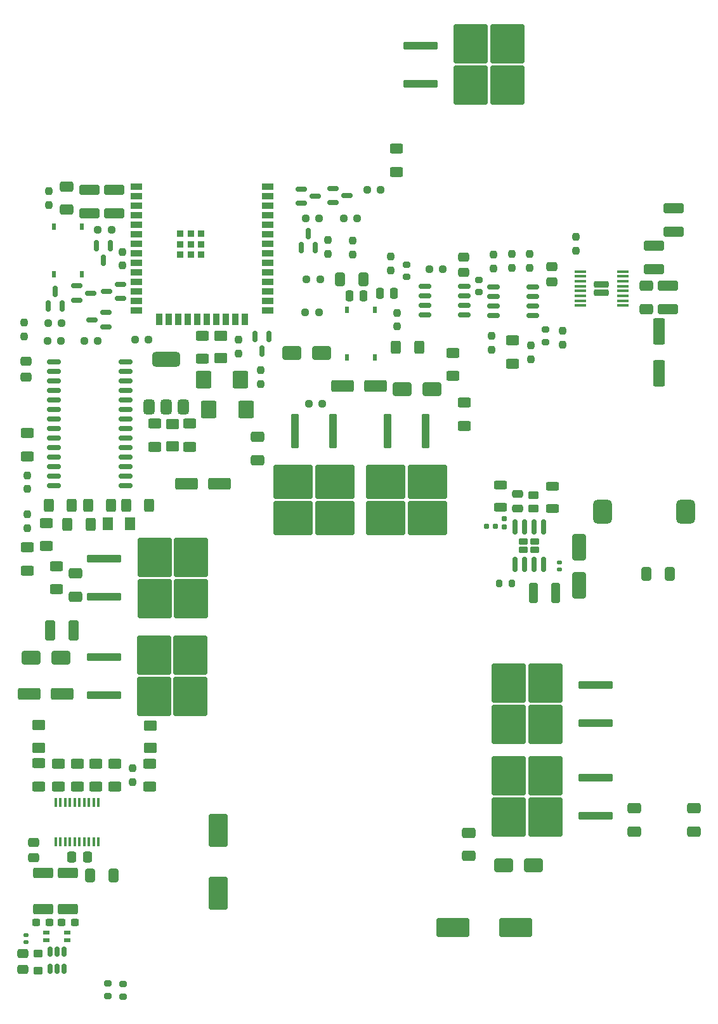
<source format=gbr>
%TF.GenerationSoftware,KiCad,Pcbnew,8.0.7*%
%TF.CreationDate,2025-07-24T12:10:58+02:00*%
%TF.ProjectId,Soundwalk,536f756e-6477-4616-9c6b-2e6b69636164,rev?*%
%TF.SameCoordinates,Original*%
%TF.FileFunction,Paste,Top*%
%TF.FilePolarity,Positive*%
%FSLAX46Y46*%
G04 Gerber Fmt 4.6, Leading zero omitted, Abs format (unit mm)*
G04 Created by KiCad (PCBNEW 8.0.7) date 2025-07-24 12:10:58*
%MOMM*%
%LPD*%
G01*
G04 APERTURE LIST*
G04 Aperture macros list*
%AMRoundRect*
0 Rectangle with rounded corners*
0 $1 Rounding radius*
0 $2 $3 $4 $5 $6 $7 $8 $9 X,Y pos of 4 corners*
0 Add a 4 corners polygon primitive as box body*
4,1,4,$2,$3,$4,$5,$6,$7,$8,$9,$2,$3,0*
0 Add four circle primitives for the rounded corners*
1,1,$1+$1,$2,$3*
1,1,$1+$1,$4,$5*
1,1,$1+$1,$6,$7*
1,1,$1+$1,$8,$9*
0 Add four rect primitives between the rounded corners*
20,1,$1+$1,$2,$3,$4,$5,0*
20,1,$1+$1,$4,$5,$6,$7,0*
20,1,$1+$1,$6,$7,$8,$9,0*
20,1,$1+$1,$8,$9,$2,$3,0*%
G04 Aperture macros list end*
%ADD10RoundRect,0.200000X0.275000X-0.200000X0.275000X0.200000X-0.275000X0.200000X-0.275000X-0.200000X0*%
%ADD11RoundRect,0.237500X0.237500X-0.250000X0.237500X0.250000X-0.237500X0.250000X-0.237500X-0.250000X0*%
%ADD12RoundRect,0.250000X-0.625000X0.400000X-0.625000X-0.400000X0.625000X-0.400000X0.625000X0.400000X0*%
%ADD13RoundRect,0.250000X0.650000X-0.412500X0.650000X0.412500X-0.650000X0.412500X-0.650000X-0.412500X0*%
%ADD14RoundRect,0.250000X1.250000X0.550000X-1.250000X0.550000X-1.250000X-0.550000X1.250000X-0.550000X0*%
%ADD15RoundRect,0.250000X-2.050000X-0.300000X2.050000X-0.300000X2.050000X0.300000X-2.050000X0.300000X0*%
%ADD16RoundRect,0.250000X-2.025000X-2.375000X2.025000X-2.375000X2.025000X2.375000X-2.025000X2.375000X0*%
%ADD17R,0.900000X0.600000*%
%ADD18RoundRect,0.237500X0.250000X0.237500X-0.250000X0.237500X-0.250000X-0.237500X0.250000X-0.237500X0*%
%ADD19RoundRect,0.237500X-0.237500X0.250000X-0.237500X-0.250000X0.237500X-0.250000X0.237500X0.250000X0*%
%ADD20RoundRect,0.250000X0.475000X-0.337500X0.475000X0.337500X-0.475000X0.337500X-0.475000X-0.337500X0*%
%ADD21RoundRect,0.200000X-0.200000X-0.275000X0.200000X-0.275000X0.200000X0.275000X-0.200000X0.275000X0*%
%ADD22RoundRect,0.249999X1.075001X-0.450001X1.075001X0.450001X-1.075001X0.450001X-1.075001X-0.450001X0*%
%ADD23RoundRect,0.150000X-0.150000X0.587500X-0.150000X-0.587500X0.150000X-0.587500X0.150000X0.587500X0*%
%ADD24RoundRect,0.250000X-0.650000X1.500000X-0.650000X-1.500000X0.650000X-1.500000X0.650000X1.500000X0*%
%ADD25RoundRect,0.150000X0.150000X-0.512500X0.150000X0.512500X-0.150000X0.512500X-0.150000X-0.512500X0*%
%ADD26RoundRect,0.250000X0.625000X-0.400000X0.625000X0.400000X-0.625000X0.400000X-0.625000X-0.400000X0*%
%ADD27RoundRect,0.150000X-0.587500X-0.150000X0.587500X-0.150000X0.587500X0.150000X-0.587500X0.150000X0*%
%ADD28R,0.558800X0.950500*%
%ADD29RoundRect,0.250000X-0.250000X-0.475000X0.250000X-0.475000X0.250000X0.475000X-0.250000X0.475000X0*%
%ADD30RoundRect,0.140000X0.170000X-0.140000X0.170000X0.140000X-0.170000X0.140000X-0.170000X-0.140000X0*%
%ADD31RoundRect,0.250000X0.325000X1.100000X-0.325000X1.100000X-0.325000X-1.100000X0.325000X-1.100000X0*%
%ADD32RoundRect,0.250000X0.550000X-1.500000X0.550000X1.500000X-0.550000X1.500000X-0.550000X-1.500000X0*%
%ADD33RoundRect,0.250000X0.625000X-0.312500X0.625000X0.312500X-0.625000X0.312500X-0.625000X-0.312500X0*%
%ADD34RoundRect,0.250000X1.100000X-0.412500X1.100000X0.412500X-1.100000X0.412500X-1.100000X-0.412500X0*%
%ADD35RoundRect,0.250000X-0.475000X0.250000X-0.475000X-0.250000X0.475000X-0.250000X0.475000X0.250000X0*%
%ADD36RoundRect,0.375000X0.375000X-0.625000X0.375000X0.625000X-0.375000X0.625000X-0.375000X-0.625000X0*%
%ADD37RoundRect,0.500000X1.400000X-0.500000X1.400000X0.500000X-1.400000X0.500000X-1.400000X-0.500000X0*%
%ADD38RoundRect,0.250000X-1.000000X-0.650000X1.000000X-0.650000X1.000000X0.650000X-1.000000X0.650000X0*%
%ADD39RoundRect,0.250000X-1.100000X0.412500X-1.100000X-0.412500X1.100000X-0.412500X1.100000X0.412500X0*%
%ADD40RoundRect,0.250000X0.412500X1.100000X-0.412500X1.100000X-0.412500X-1.100000X0.412500X-1.100000X0*%
%ADD41RoundRect,0.250000X-0.450000X0.262500X-0.450000X-0.262500X0.450000X-0.262500X0.450000X0.262500X0*%
%ADD42RoundRect,0.250001X0.624999X-0.462499X0.624999X0.462499X-0.624999X0.462499X-0.624999X-0.462499X0*%
%ADD43RoundRect,0.200000X-0.275000X0.200000X-0.275000X-0.200000X0.275000X-0.200000X0.275000X0.200000X0*%
%ADD44RoundRect,0.155000X-0.155000X0.212500X-0.155000X-0.212500X0.155000X-0.212500X0.155000X0.212500X0*%
%ADD45RoundRect,0.250000X2.050000X0.300000X-2.050000X0.300000X-2.050000X-0.300000X2.050000X-0.300000X0*%
%ADD46RoundRect,0.250000X2.025000X2.375000X-2.025000X2.375000X-2.025000X-2.375000X2.025000X-2.375000X0*%
%ADD47RoundRect,0.250000X-0.412500X-0.650000X0.412500X-0.650000X0.412500X0.650000X-0.412500X0.650000X0*%
%ADD48RoundRect,0.250000X-0.787500X-0.925000X0.787500X-0.925000X0.787500X0.925000X-0.787500X0.925000X0*%
%ADD49RoundRect,0.230000X-0.375000X0.230000X-0.375000X-0.230000X0.375000X-0.230000X0.375000X0.230000X0*%
%ADD50RoundRect,0.150000X-0.150000X0.825000X-0.150000X-0.825000X0.150000X-0.825000X0.150000X0.825000X0*%
%ADD51RoundRect,0.237500X-0.300000X-0.237500X0.300000X-0.237500X0.300000X0.237500X-0.300000X0.237500X0*%
%ADD52RoundRect,0.150000X-0.750000X-0.150000X0.750000X-0.150000X0.750000X0.150000X-0.750000X0.150000X0*%
%ADD53RoundRect,0.250001X-0.462499X-0.624999X0.462499X-0.624999X0.462499X0.624999X-0.462499X0.624999X0*%
%ADD54RoundRect,0.250000X-0.475000X0.337500X-0.475000X-0.337500X0.475000X-0.337500X0.475000X0.337500X0*%
%ADD55RoundRect,0.237500X-0.250000X-0.237500X0.250000X-0.237500X0.250000X0.237500X-0.250000X0.237500X0*%
%ADD56R,1.500000X0.900000*%
%ADD57R,0.900000X1.500000*%
%ADD58R,0.900000X0.900000*%
%ADD59RoundRect,0.250000X-0.400000X-0.625000X0.400000X-0.625000X0.400000X0.625000X-0.400000X0.625000X0*%
%ADD60RoundRect,0.237500X0.300000X0.237500X-0.300000X0.237500X-0.300000X-0.237500X0.300000X-0.237500X0*%
%ADD61RoundRect,0.250000X-1.250000X-0.550000X1.250000X-0.550000X1.250000X0.550000X-1.250000X0.550000X0*%
%ADD62RoundRect,0.150000X-0.675000X-0.150000X0.675000X-0.150000X0.675000X0.150000X-0.675000X0.150000X0*%
%ADD63RoundRect,0.150000X0.587500X0.150000X-0.587500X0.150000X-0.587500X-0.150000X0.587500X-0.150000X0*%
%ADD64RoundRect,0.150000X0.150000X-0.587500X0.150000X0.587500X-0.150000X0.587500X-0.150000X-0.587500X0*%
%ADD65R,0.400000X1.200000*%
%ADD66RoundRect,0.250000X-0.337500X-0.475000X0.337500X-0.475000X0.337500X0.475000X-0.337500X0.475000X0*%
%ADD67RoundRect,0.250000X-1.000000X1.950000X-1.000000X-1.950000X1.000000X-1.950000X1.000000X1.950000X0*%
%ADD68RoundRect,0.250000X-0.300000X2.050000X-0.300000X-2.050000X0.300000X-2.050000X0.300000X2.050000X0*%
%ADD69RoundRect,0.250000X-2.375000X2.025000X-2.375000X-2.025000X2.375000X-2.025000X2.375000X2.025000X0*%
%ADD70RoundRect,0.250000X1.950000X1.000000X-1.950000X1.000000X-1.950000X-1.000000X1.950000X-1.000000X0*%
%ADD71RoundRect,0.155000X0.212500X0.155000X-0.212500X0.155000X-0.212500X-0.155000X0.212500X-0.155000X0*%
%ADD72RoundRect,0.232500X-0.757500X-0.232500X0.757500X-0.232500X0.757500X0.232500X-0.757500X0.232500X0*%
%ADD73RoundRect,0.100000X-0.687500X-0.100000X0.687500X-0.100000X0.687500X0.100000X-0.687500X0.100000X0*%
%ADD74RoundRect,0.250000X0.400000X0.625000X-0.400000X0.625000X-0.400000X-0.625000X0.400000X-0.625000X0*%
%ADD75RoundRect,0.250000X0.350000X-0.275000X0.350000X0.275000X-0.350000X0.275000X-0.350000X-0.275000X0*%
%ADD76RoundRect,0.650000X-0.650000X-0.950000X0.650000X-0.950000X0.650000X0.950000X-0.650000X0.950000X0*%
G04 APERTURE END LIST*
D10*
%TO.C,R49*%
X235251000Y-54745000D03*
X235251000Y-53095000D03*
%TD*%
D11*
%TO.C,R32*%
X184618000Y-88218500D03*
X184618000Y-86393500D03*
%TD*%
D12*
%TO.C,R53*%
X188518800Y-93319000D03*
X188518800Y-96419000D03*
%TD*%
D11*
%TO.C,R23*%
X246814000Y-53599500D03*
X246814000Y-51774500D03*
%TD*%
D13*
%TO.C,C27*%
X243561000Y-131986000D03*
X243561000Y-128861000D03*
%TD*%
D14*
%TO.C,C26*%
X210218000Y-82356000D03*
X205818000Y-82356000D03*
%TD*%
D11*
%TO.C,R44*%
X233101000Y-53857500D03*
X233101000Y-52032500D03*
%TD*%
%TO.C,R28*%
X246614000Y-64449500D03*
X246614000Y-62624500D03*
%TD*%
D15*
%TO.C,Q11*%
X194818000Y-105410000D03*
D16*
X201543000Y-105175000D03*
X201543000Y-110725000D03*
X206393000Y-105175000D03*
X206393000Y-110725000D03*
D15*
X194818000Y-110490000D03*
%TD*%
D17*
%TO.C,U4*%
X189968000Y-142168500D03*
X187168000Y-142168500D03*
X187168000Y-143168500D03*
X189968000Y-143168500D03*
%TD*%
D18*
%TO.C,R36*%
X223980500Y-71656000D03*
X222155500Y-71656000D03*
%TD*%
D19*
%TO.C,R65*%
X257810000Y-49405500D03*
X257810000Y-51230500D03*
%TD*%
D20*
%TO.C,C16*%
X242868000Y-54156000D03*
X242868000Y-52081000D03*
%TD*%
D21*
%TO.C,R61*%
X247626000Y-95664000D03*
X249276000Y-95664000D03*
%TD*%
D22*
%TO.C,R12*%
X190010500Y-139018500D03*
X190010500Y-134218500D03*
%TD*%
D23*
%TO.C,Q3*%
X195717200Y-50618500D03*
X193817200Y-50618500D03*
X194767200Y-52493500D03*
%TD*%
D24*
%TO.C,D10*%
X258293000Y-90838000D03*
X258293000Y-95838000D03*
%TD*%
D13*
%TO.C,C29*%
X265618000Y-128718500D03*
X265618000Y-125593500D03*
%TD*%
D25*
%TO.C,U3*%
X187618000Y-147006000D03*
X188568000Y-147006000D03*
X189518000Y-147006000D03*
X189518000Y-144731000D03*
X188568000Y-144731000D03*
X187618000Y-144731000D03*
%TD*%
D13*
%TO.C,C32*%
X273618000Y-128718500D03*
X273618000Y-125593500D03*
%TD*%
D26*
%TO.C,R57*%
X201618000Y-77406000D03*
X201618000Y-74306000D03*
%TD*%
D27*
%TO.C,Q8*%
X221155500Y-43006000D03*
X221155500Y-44906000D03*
X223030500Y-43956000D03*
%TD*%
D28*
%TO.C,SW2*%
X227268001Y-65486349D03*
X227268001Y-59125651D03*
X230967999Y-65486349D03*
X230967999Y-59125651D03*
%TD*%
D29*
%TO.C,C5*%
X227605500Y-57231000D03*
X229505500Y-57231000D03*
%TD*%
D30*
%TO.C,C30*%
X255626000Y-93759000D03*
X255626000Y-92799000D03*
%TD*%
D12*
%TO.C,R47*%
X184618000Y-90806000D03*
X184618000Y-93906000D03*
%TD*%
D31*
%TO.C,C28*%
X255147000Y-96934000D03*
X252197000Y-96934000D03*
%TD*%
D32*
%TO.C,C34*%
X268961000Y-67597000D03*
X268961000Y-61997000D03*
%TD*%
D20*
%TO.C,C1*%
X183968000Y-147093500D03*
X183968000Y-145018500D03*
%TD*%
D33*
%TO.C,R62*%
X247752000Y-85442500D03*
X247752000Y-82517500D03*
%TD*%
D10*
%TO.C,R29*%
X244868000Y-56806000D03*
X244868000Y-55156000D03*
%TD*%
D26*
%TO.C,R52*%
X184618000Y-78656000D03*
X184618000Y-75556000D03*
%TD*%
D34*
%TO.C,C38*%
X270891000Y-48679500D03*
X270891000Y-45554500D03*
%TD*%
D35*
%TO.C,C31*%
X250038000Y-83726000D03*
X250038000Y-85626000D03*
%TD*%
D36*
%TO.C,U5*%
X200818000Y-72056000D03*
X203118000Y-72056000D03*
D37*
X203118000Y-65756000D03*
D36*
X205418000Y-72056000D03*
%TD*%
D38*
%TO.C,D7*%
X185071000Y-105537000D03*
X189071000Y-105537000D03*
%TD*%
D13*
%TO.C,C8*%
X189865000Y-45797000D03*
X189865000Y-42672000D03*
%TD*%
D29*
%TO.C,C6*%
X231668000Y-56906000D03*
X233568000Y-56906000D03*
%TD*%
D39*
%TO.C,C3*%
X196164200Y-43136800D03*
X196164200Y-46261800D03*
%TD*%
D27*
%TO.C,Q9*%
X225380500Y-42956000D03*
X225380500Y-44856000D03*
X227255500Y-43906000D03*
%TD*%
D11*
%TO.C,R20*%
X187452000Y-45134500D03*
X187452000Y-43309500D03*
%TD*%
D12*
%TO.C,R19*%
X191260500Y-119636000D03*
X191260500Y-122736000D03*
%TD*%
D40*
%TO.C,C18*%
X190792500Y-101854000D03*
X187667500Y-101854000D03*
%TD*%
D41*
%TO.C,R59*%
X252197000Y-83829500D03*
X252197000Y-85654500D03*
%TD*%
D42*
%TO.C,D3*%
X210393000Y-65568500D03*
X210393000Y-62593500D03*
%TD*%
D19*
%TO.C,R48*%
X234001000Y-59532500D03*
X234001000Y-61357500D03*
%TD*%
D43*
%TO.C,R39*%
X253745000Y-61790000D03*
X253745000Y-63440000D03*
%TD*%
D42*
%TO.C,D2*%
X203968000Y-77343500D03*
X203968000Y-74368500D03*
%TD*%
D44*
%TO.C,R63*%
X248260000Y-86968500D03*
X248260000Y-88103500D03*
%TD*%
D45*
%TO.C,Q13*%
X260470000Y-114225000D03*
D46*
X253745000Y-114460000D03*
X253745000Y-108910000D03*
X248895000Y-114460000D03*
X248895000Y-108910000D03*
D45*
X260470000Y-109145000D03*
%TD*%
D34*
%TO.C,C37*%
X270144000Y-59066500D03*
X270144000Y-55941500D03*
%TD*%
D11*
%TO.C,R43*%
X184618000Y-83018500D03*
X184618000Y-81193500D03*
%TD*%
D47*
%TO.C,C33*%
X267271500Y-94394000D03*
X270396500Y-94394000D03*
%TD*%
D43*
%TO.C,R2*%
X197368000Y-149081000D03*
X197368000Y-150731000D03*
%TD*%
D48*
%TO.C,C10*%
X208128000Y-68486000D03*
X213053000Y-68486000D03*
%TD*%
D39*
%TO.C,C36*%
X268239000Y-50607500D03*
X268239000Y-53732500D03*
%TD*%
D49*
%TO.C,U11*%
X252331000Y-90014000D03*
X250831000Y-90014000D03*
X252331000Y-91154000D03*
X250831000Y-91154000D03*
D50*
X253486000Y-88109000D03*
X252216000Y-88109000D03*
X250946000Y-88109000D03*
X249676000Y-88109000D03*
X249676000Y-93059000D03*
X250946000Y-93059000D03*
X252216000Y-93059000D03*
X253486000Y-93059000D03*
%TD*%
D51*
%TO.C,C12*%
X189198000Y-140818500D03*
X190923000Y-140818500D03*
%TD*%
D11*
%TO.C,R21*%
X197307200Y-53218500D03*
X197307200Y-51393500D03*
%TD*%
D18*
%TO.C,R42*%
X231780500Y-43156000D03*
X229955500Y-43156000D03*
%TD*%
D19*
%TO.C,R31*%
X215718000Y-67193500D03*
X215718000Y-69018500D03*
%TD*%
D52*
%TO.C,U9*%
X188118000Y-66051000D03*
X188118000Y-67321000D03*
X188118000Y-68591000D03*
X188118000Y-69861000D03*
X188118000Y-71131000D03*
X188118000Y-72401000D03*
X188118000Y-73671000D03*
X188118000Y-74941000D03*
X188118000Y-76211000D03*
X188118000Y-77481000D03*
X188118000Y-78751000D03*
X188118000Y-80021000D03*
X188118000Y-81291000D03*
X188118000Y-82561000D03*
X197718000Y-82561000D03*
X197718000Y-81291000D03*
X197718000Y-80021000D03*
X197718000Y-78751000D03*
X197718000Y-77481000D03*
X197718000Y-76211000D03*
X197718000Y-74941000D03*
X197718000Y-73671000D03*
X197718000Y-72401000D03*
X197718000Y-71131000D03*
X197718000Y-69861000D03*
X197718000Y-68591000D03*
X197718000Y-67321000D03*
X197718000Y-66051000D03*
%TD*%
D48*
%TO.C,C7*%
X208855500Y-72406000D03*
X213780500Y-72406000D03*
%TD*%
D53*
%TO.C,D6*%
X195318000Y-87681000D03*
X198293000Y-87681000D03*
%TD*%
D54*
%TO.C,C11*%
X185460500Y-130143500D03*
X185460500Y-132218500D03*
%TD*%
D55*
%TO.C,R9*%
X221855500Y-55106000D03*
X223680500Y-55106000D03*
%TD*%
D12*
%TO.C,R18*%
X196260500Y-119636000D03*
X196260500Y-122736000D03*
%TD*%
D38*
%TO.C,D9*%
X248155000Y-133225000D03*
X252155000Y-133225000D03*
%TD*%
D39*
%TO.C,C4*%
X192913000Y-43124500D03*
X192913000Y-46249500D03*
%TD*%
D56*
%TO.C,U2*%
X199174800Y-42668400D03*
X199174800Y-43938400D03*
X199174800Y-45208400D03*
X199174800Y-46478400D03*
X199174800Y-47748400D03*
X199174800Y-49018400D03*
X199174800Y-50288400D03*
X199174800Y-51558400D03*
X199174800Y-52828400D03*
X199174800Y-54098400D03*
X199174800Y-55368400D03*
X199174800Y-56638400D03*
X199174800Y-57908400D03*
X199174800Y-59178400D03*
D57*
X202209800Y-60428400D03*
X203479800Y-60428400D03*
X204749800Y-60428400D03*
X206019800Y-60428400D03*
X207289800Y-60428400D03*
X208559800Y-60428400D03*
X209829800Y-60428400D03*
X211099800Y-60428400D03*
X212369800Y-60428400D03*
X213639800Y-60428400D03*
D56*
X216674800Y-59178400D03*
X216674800Y-57908400D03*
X216674800Y-56638400D03*
X216674800Y-55368400D03*
X216674800Y-54098400D03*
X216674800Y-52828400D03*
X216674800Y-51558400D03*
X216674800Y-50288400D03*
X216674800Y-49018400D03*
X216674800Y-47748400D03*
X216674800Y-46478400D03*
X216674800Y-45208400D03*
X216674800Y-43938400D03*
X216674800Y-42668400D03*
D58*
X205024800Y-48988400D03*
X205024800Y-50388400D03*
X205024800Y-51788400D03*
X206424800Y-48988400D03*
X206424800Y-50388400D03*
X206424800Y-51788400D03*
X207824800Y-48988400D03*
X207824800Y-50388400D03*
X207824800Y-51788400D03*
%TD*%
D38*
%TO.C,D8*%
X234608000Y-69756000D03*
X238608000Y-69756000D03*
%TD*%
D59*
%TO.C,R54*%
X192718000Y-85206000D03*
X195818000Y-85206000D03*
%TD*%
D60*
%TO.C,C13*%
X187535500Y-140818500D03*
X185810500Y-140818500D03*
%TD*%
D61*
%TO.C,C22*%
X184830000Y-110363000D03*
X189230000Y-110363000D03*
%TD*%
D62*
%TO.C,U8*%
X237676000Y-56040000D03*
X237676000Y-57310000D03*
X237676000Y-58580000D03*
X237676000Y-59850000D03*
X242926000Y-59850000D03*
X242926000Y-58580000D03*
X242926000Y-57310000D03*
X242926000Y-56040000D03*
%TD*%
D61*
%TO.C,C24*%
X226718000Y-69306000D03*
X231118000Y-69306000D03*
%TD*%
D54*
%TO.C,C19*%
X184468000Y-66031000D03*
X184468000Y-68106000D03*
%TD*%
D19*
%TO.C,R33*%
X256032000Y-61926500D03*
X256032000Y-63751500D03*
%TD*%
D63*
%TO.C,Q4*%
X195118000Y-61406000D03*
X195118000Y-59506000D03*
X193243000Y-60456000D03*
%TD*%
D12*
%TO.C,R51*%
X187168000Y-87556000D03*
X187168000Y-90656000D03*
%TD*%
D45*
%TO.C,Q12*%
X260470000Y-126575000D03*
D46*
X253745000Y-126810000D03*
X253745000Y-121260000D03*
X248895000Y-126810000D03*
X248895000Y-121260000D03*
D45*
X260470000Y-121495000D03*
%TD*%
D11*
%TO.C,R5*%
X198618000Y-122118500D03*
X198618000Y-120293500D03*
%TD*%
D13*
%TO.C,C25*%
X215318000Y-79218500D03*
X215318000Y-76093500D03*
%TD*%
D11*
%TO.C,R41*%
X228055500Y-51743500D03*
X228055500Y-49918500D03*
%TD*%
D12*
%TO.C,R17*%
X188760500Y-119636000D03*
X188760500Y-122736000D03*
%TD*%
D33*
%TO.C,R60*%
X254737000Y-85635000D03*
X254737000Y-82710000D03*
%TD*%
D38*
%TO.C,D1*%
X219868000Y-64906000D03*
X223868000Y-64906000D03*
%TD*%
D55*
%TO.C,R35*%
X226843000Y-46906000D03*
X228668000Y-46906000D03*
%TD*%
%TO.C,R4*%
X194005500Y-48506000D03*
X195830500Y-48506000D03*
%TD*%
D64*
%TO.C,Q1*%
X187391000Y-58595500D03*
X189291000Y-58595500D03*
X188341000Y-56720500D03*
%TD*%
D65*
%TO.C,U6*%
X194118000Y-124856000D03*
X193483000Y-124856000D03*
X192848000Y-124856000D03*
X192213000Y-124856000D03*
X191578000Y-124856000D03*
X190943000Y-124856000D03*
X190308000Y-124856000D03*
X189673000Y-124856000D03*
X189038000Y-124856000D03*
X188403000Y-124856000D03*
X188403000Y-130056000D03*
X189038000Y-130056000D03*
X189673000Y-130056000D03*
X190308000Y-130056000D03*
X190943000Y-130056000D03*
X191578000Y-130056000D03*
X192213000Y-130056000D03*
X192848000Y-130056000D03*
X193483000Y-130056000D03*
X194118000Y-130056000D03*
%TD*%
D62*
%TO.C,U7*%
X246789000Y-56082000D03*
X246789000Y-57352000D03*
X246789000Y-58622000D03*
X246789000Y-59892000D03*
X252039000Y-59892000D03*
X252039000Y-58622000D03*
X252039000Y-57352000D03*
X252039000Y-56082000D03*
%TD*%
D66*
%TO.C,C15*%
X190568000Y-132106000D03*
X192643000Y-132106000D03*
%TD*%
D42*
%TO.C,D5*%
X186160500Y-117523500D03*
X186160500Y-114548500D03*
%TD*%
D47*
%TO.C,C14*%
X192968000Y-134556000D03*
X196093000Y-134556000D03*
%TD*%
D26*
%TO.C,R11*%
X207993000Y-65681000D03*
X207993000Y-62581000D03*
%TD*%
D15*
%TO.C,Q16*%
X237079000Y-23876000D03*
D16*
X243804000Y-23641000D03*
X243804000Y-29191000D03*
X248654000Y-23641000D03*
X248654000Y-29191000D03*
D15*
X237079000Y-28956000D03*
%TD*%
D26*
%TO.C,R37*%
X249341000Y-66296000D03*
X249341000Y-63196000D03*
%TD*%
D67*
%TO.C,C21*%
X210058000Y-128524000D03*
X210058000Y-136924000D03*
%TD*%
D12*
%TO.C,R15*%
X186160500Y-119586000D03*
X186160500Y-122686000D03*
%TD*%
D68*
%TO.C,Q14*%
X237783000Y-75331000D03*
D69*
X238018000Y-82056000D03*
X232468000Y-82056000D03*
X238018000Y-86906000D03*
X232468000Y-86906000D03*
D68*
X232703000Y-75331000D03*
%TD*%
D30*
%TO.C,C2*%
X184468000Y-143486000D03*
X184468000Y-142526000D03*
%TD*%
D47*
%TO.C,C9*%
X226355500Y-55031000D03*
X229480500Y-55031000D03*
%TD*%
D12*
%TO.C,R14*%
X200968000Y-119656000D03*
X200968000Y-122756000D03*
%TD*%
D70*
%TO.C,C20*%
X249793000Y-141511000D03*
X241393000Y-141511000D03*
%TD*%
D19*
%TO.C,R30*%
X249264000Y-51724500D03*
X249264000Y-53549500D03*
%TD*%
D71*
%TO.C,R64*%
X247049500Y-88044000D03*
X245914500Y-88044000D03*
%TD*%
D55*
%TO.C,R6*%
X187355500Y-60906000D03*
X189180500Y-60906000D03*
%TD*%
D72*
%TO.C,U12*%
X261266000Y-55726000D03*
X261266000Y-56886000D03*
D73*
X258403500Y-54031000D03*
X258403500Y-54681000D03*
X258403500Y-55331000D03*
X258403500Y-55981000D03*
X258403500Y-56631000D03*
X258403500Y-57281000D03*
X258403500Y-57931000D03*
X258403500Y-58581000D03*
X264128500Y-58581000D03*
X264128500Y-57931000D03*
X264128500Y-57281000D03*
X264128500Y-56631000D03*
X264128500Y-55981000D03*
X264128500Y-55331000D03*
X264128500Y-54681000D03*
X264128500Y-54031000D03*
%TD*%
D11*
%TO.C,R38*%
X251841000Y-65708500D03*
X251841000Y-63883500D03*
%TD*%
D10*
%TO.C,R1*%
X195368000Y-150656000D03*
X195368000Y-149006000D03*
%TD*%
D55*
%TO.C,R27*%
X192205500Y-63306000D03*
X194030500Y-63306000D03*
%TD*%
D19*
%TO.C,R24*%
X184218000Y-60843500D03*
X184218000Y-62668500D03*
%TD*%
%TO.C,R40*%
X251689000Y-51724500D03*
X251689000Y-53549500D03*
%TD*%
D13*
%TO.C,C35*%
X267223000Y-59066500D03*
X267223000Y-55941500D03*
%TD*%
D74*
%TO.C,R46*%
X236918000Y-64156000D03*
X233818000Y-64156000D03*
%TD*%
D18*
%TO.C,R3*%
X223518000Y-59506000D03*
X221693000Y-59506000D03*
%TD*%
D75*
%TO.C,L1*%
X186018000Y-147256000D03*
X186018000Y-144956000D03*
%TD*%
D18*
%TO.C,R50*%
X240063500Y-53745000D03*
X238238500Y-53745000D03*
%TD*%
%TO.C,R26*%
X189105500Y-63306000D03*
X187280500Y-63306000D03*
%TD*%
D23*
%TO.C,Q6*%
X216868000Y-62731000D03*
X214968000Y-62731000D03*
X215918000Y-64606000D03*
%TD*%
D12*
%TO.C,R66*%
X233868000Y-37656000D03*
X233868000Y-40756000D03*
%TD*%
D76*
%TO.C,L2*%
X261378600Y-86070700D03*
X272478600Y-86070700D03*
%TD*%
D19*
%TO.C,R34*%
X224713800Y-49862100D03*
X224713800Y-51687100D03*
%TD*%
D22*
%TO.C,R13*%
X186710500Y-139018500D03*
X186710500Y-134218500D03*
%TD*%
D12*
%TO.C,R16*%
X193760500Y-119636000D03*
X193760500Y-122736000D03*
%TD*%
D64*
%TO.C,Q7*%
X221168000Y-50843500D03*
X223068000Y-50843500D03*
X222118000Y-48968500D03*
%TD*%
D12*
%TO.C,R58*%
X242926000Y-71508000D03*
X242926000Y-74608000D03*
%TD*%
D63*
%TO.C,Q5*%
X197043000Y-57606000D03*
X197043000Y-55706000D03*
X195168000Y-56656000D03*
%TD*%
D12*
%TO.C,R10*%
X206318000Y-74306000D03*
X206318000Y-77406000D03*
%TD*%
D15*
%TO.C,Q10*%
X194885000Y-92366000D03*
D16*
X201610000Y-92131000D03*
X201610000Y-97681000D03*
X206460000Y-92131000D03*
X206460000Y-97681000D03*
D15*
X194885000Y-97446000D03*
%TD*%
D55*
%TO.C,R8*%
X221743000Y-46906000D03*
X223568000Y-46906000D03*
%TD*%
D11*
%TO.C,R7*%
X212818000Y-64968500D03*
X212818000Y-63143500D03*
%TD*%
D13*
%TO.C,C23*%
X191008000Y-97396700D03*
X191008000Y-94271700D03*
%TD*%
D68*
%TO.C,Q15*%
X225433000Y-75331000D03*
D69*
X225668000Y-82056000D03*
X220118000Y-82056000D03*
X225668000Y-86906000D03*
X220118000Y-86906000D03*
D68*
X220353000Y-75331000D03*
%TD*%
D74*
%TO.C,R45*%
X193068000Y-87731000D03*
X189968000Y-87731000D03*
%TD*%
D26*
%TO.C,R25*%
X241418000Y-67956000D03*
X241418000Y-64856000D03*
%TD*%
D20*
%TO.C,C17*%
X254618000Y-55443500D03*
X254618000Y-53368500D03*
%TD*%
D74*
%TO.C,R56*%
X190568000Y-85206000D03*
X187468000Y-85206000D03*
%TD*%
%TO.C,R55*%
X200868000Y-85206000D03*
X197768000Y-85206000D03*
%TD*%
D42*
%TO.C,D4*%
X201068000Y-117593500D03*
X201068000Y-114618500D03*
%TD*%
D55*
%TO.C,R22*%
X198955500Y-63156000D03*
X200780500Y-63156000D03*
%TD*%
D27*
%TO.C,Q2*%
X191213500Y-55946000D03*
X191213500Y-57846000D03*
X193088500Y-56896000D03*
%TD*%
D28*
%TO.C,SW1*%
X191841999Y-48006000D03*
X191841999Y-54366698D03*
X188142001Y-48006000D03*
X188142001Y-54366698D03*
%TD*%
M02*

</source>
